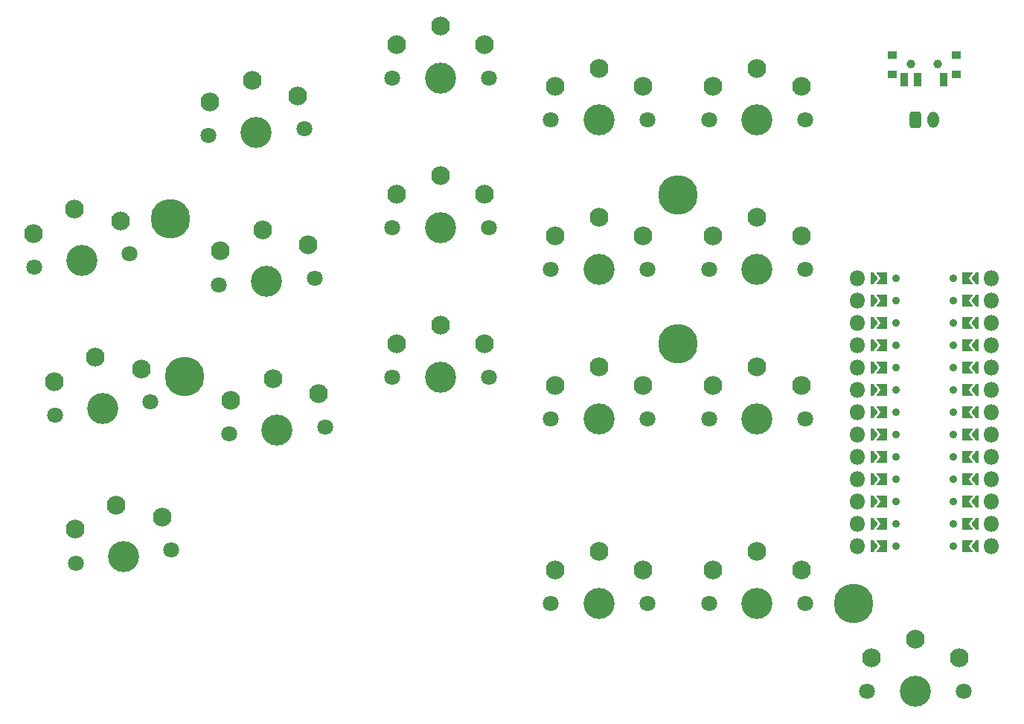
<source format=gbr>
%TF.GenerationSoftware,KiCad,Pcbnew,9.0.5*%
%TF.CreationDate,2025-10-18T21:30:00+02:00*%
%TF.ProjectId,shield-pcb,73686965-6c64-42d7-9063-622e6b696361,1.2*%
%TF.SameCoordinates,Original*%
%TF.FileFunction,Soldermask,Top*%
%TF.FilePolarity,Negative*%
%FSLAX46Y46*%
G04 Gerber Fmt 4.6, Leading zero omitted, Abs format (unit mm)*
G04 Created by KiCad (PCBNEW 9.0.5) date 2025-10-18 21:30:00*
%MOMM*%
%LPD*%
G01*
G04 APERTURE LIST*
G04 Aperture macros list*
%AMRoundRect*
0 Rectangle with rounded corners*
0 $1 Rounding radius*
0 $2 $3 $4 $5 $6 $7 $8 $9 X,Y pos of 4 corners*
0 Add a 4 corners polygon primitive as box body*
4,1,4,$2,$3,$4,$5,$6,$7,$8,$9,$2,$3,0*
0 Add four circle primitives for the rounded corners*
1,1,$1+$1,$2,$3*
1,1,$1+$1,$4,$5*
1,1,$1+$1,$6,$7*
1,1,$1+$1,$8,$9*
0 Add four rect primitives between the rounded corners*
20,1,$1+$1,$2,$3,$4,$5,0*
20,1,$1+$1,$4,$5,$6,$7,0*
20,1,$1+$1,$6,$7,$8,$9,0*
20,1,$1+$1,$8,$9,$2,$3,0*%
%AMFreePoly0*
4,1,16,-0.214645,0.660355,-0.210957,0.656235,0.289043,0.031235,0.299694,-0.005522,0.289043,-0.031235,-0.210957,-0.656235,-0.244478,-0.674694,-0.250000,-0.675000,-0.500000,-0.675000,-0.535355,-0.660355,-0.550000,-0.625000,-0.550000,0.625000,-0.535355,0.660355,-0.500000,0.675000,-0.250000,0.675000,-0.214645,0.660355,-0.214645,0.660355,$1*%
%AMFreePoly1*
4,1,16,0.535355,0.660355,0.550000,0.625000,0.550000,-0.625000,0.535355,-0.660355,0.500000,-0.675000,-0.650000,-0.675000,-0.685355,-0.660355,-0.700000,-0.625000,-0.689043,-0.593765,-0.214031,0.000000,-0.689043,0.593765,-0.699694,0.630522,-0.681235,0.664043,-0.650000,0.675000,0.500000,0.675000,0.535355,0.660355,0.535355,0.660355,$1*%
G04 Aperture macros list end*
%ADD10C,3.529000*%
%ADD11C,1.801800*%
%ADD12C,2.132000*%
%ADD13O,1.800000X1.800000*%
%ADD14C,0.900000*%
%ADD15FreePoly0,0.000000*%
%ADD16FreePoly1,0.000000*%
%ADD17FreePoly1,180.000000*%
%ADD18FreePoly0,180.000000*%
%ADD19RoundRect,0.270833X-0.379167X-0.654167X0.379167X-0.654167X0.379167X0.654167X-0.379167X0.654167X0*%
%ADD20O,1.300000X1.850000*%
%ADD21C,1.000000*%
%ADD22RoundRect,0.050000X0.350000X0.750000X-0.350000X0.750000X-0.350000X-0.750000X0.350000X-0.750000X0*%
%ADD23RoundRect,0.050000X0.500000X0.400000X-0.500000X0.400000X-0.500000X-0.400000X0.500000X-0.400000X0*%
%ADD24C,0.800000*%
%ADD25C,4.500000*%
G04 APERTURE END LIST*
D10*
%TO.C,S1*%
X149009700Y-150139200D03*
D11*
X154456174Y-149373748D03*
X143563226Y-150904652D03*
D12*
X153432183Y-145680316D03*
X148188579Y-144296618D03*
X143529502Y-147072047D03*
X148188579Y-144296618D03*
%TD*%
D10*
%TO.C,S2*%
X146643800Y-133304600D03*
D11*
X152090274Y-132539148D03*
X141197326Y-134070052D03*
D12*
X151066283Y-128845716D03*
X145822679Y-127462018D03*
X141163602Y-130237447D03*
X145822679Y-127462018D03*
%TD*%
D10*
%TO.C,S3*%
X144277800Y-116470100D03*
D11*
X149724274Y-115704648D03*
X138831326Y-117235552D03*
D12*
X148700283Y-112011216D03*
X143456679Y-110627518D03*
X138797602Y-113402947D03*
X143456679Y-110627518D03*
%TD*%
D10*
%TO.C,S4*%
X166483900Y-135808400D03*
D11*
X171970502Y-135424739D03*
X160997298Y-136192061D03*
D12*
X171206646Y-131668874D03*
X166072337Y-129922772D03*
X161231005Y-132366439D03*
X166072337Y-129922772D03*
%TD*%
D10*
%TO.C,S5*%
X165298000Y-118849800D03*
D11*
X170784602Y-118466139D03*
X159811398Y-119233461D03*
D12*
X170020746Y-114710274D03*
X164886437Y-112964172D03*
X160045105Y-115407839D03*
X164886437Y-112964172D03*
%TD*%
D10*
%TO.C,S7*%
X185105400Y-129731600D03*
D11*
X190605400Y-129731600D03*
X179605400Y-129731600D03*
D12*
X190105400Y-125931600D03*
X185105400Y-123831600D03*
X180105400Y-125931600D03*
X185105400Y-123831600D03*
%TD*%
D10*
%TO.C,S8*%
X185105400Y-112731600D03*
D11*
X190605400Y-112731600D03*
X179605400Y-112731600D03*
D12*
X190105400Y-108931600D03*
X185105400Y-106831600D03*
X180105400Y-108931600D03*
X185105400Y-106831600D03*
%TD*%
D10*
%TO.C,S9*%
X185105400Y-95731600D03*
D11*
X190605400Y-95731600D03*
X179605400Y-95731600D03*
D12*
X190105400Y-91931600D03*
X185105400Y-89831600D03*
X180105400Y-91931600D03*
X185105400Y-89831600D03*
%TD*%
D10*
%TO.C,S10*%
X203105400Y-134494600D03*
D11*
X208605400Y-134494600D03*
X197605400Y-134494600D03*
D12*
X208105400Y-130694600D03*
X203105400Y-128594600D03*
X198105400Y-130694600D03*
X203105400Y-128594600D03*
%TD*%
%TO.C,S11*%
X203105400Y-111594600D03*
X198105400Y-113694600D03*
X203105400Y-111594600D03*
X208105400Y-113694600D03*
D11*
X197605400Y-117494600D03*
X208605400Y-117494600D03*
D10*
X203105400Y-117494600D03*
%TD*%
%TO.C,S12*%
X203105400Y-100494600D03*
D11*
X208605400Y-100494600D03*
X197605400Y-100494600D03*
D12*
X208105400Y-96694600D03*
X203105400Y-94594600D03*
X198105400Y-96694600D03*
X203105400Y-94594600D03*
%TD*%
D10*
%TO.C,S14*%
X221105400Y-117494600D03*
D11*
X226605400Y-117494600D03*
X215605400Y-117494600D03*
D12*
X226105400Y-113694600D03*
X221105400Y-111594600D03*
X216105400Y-113694600D03*
X221105400Y-111594600D03*
%TD*%
D10*
%TO.C,S15*%
X221105400Y-100494600D03*
D11*
X226605400Y-100494600D03*
X215605400Y-100494600D03*
D12*
X226105400Y-96694600D03*
X221105400Y-94594600D03*
X216105400Y-96694600D03*
X221105400Y-94594600D03*
%TD*%
D10*
%TO.C,S16*%
X203105400Y-155494600D03*
D11*
X208605400Y-155494600D03*
X197605400Y-155494600D03*
D12*
X208105400Y-151694600D03*
X203105400Y-149594600D03*
X198105400Y-151694600D03*
X203105400Y-149594600D03*
%TD*%
D10*
%TO.C,S17*%
X221105400Y-155494600D03*
D11*
X226605400Y-155494600D03*
X215605400Y-155494600D03*
D12*
X226105400Y-151694600D03*
X221105400Y-149594600D03*
X216105400Y-151694600D03*
X221105400Y-149594600D03*
%TD*%
D10*
%TO.C,S18*%
X239105400Y-165494600D03*
D11*
X244605400Y-165494600D03*
X233605400Y-165494600D03*
D12*
X244105400Y-161694600D03*
X239105400Y-159594600D03*
X234105400Y-161694600D03*
X239105400Y-159594600D03*
%TD*%
D13*
%TO.C,MCU*%
X232535400Y-118524600D03*
X247775400Y-118524600D03*
X232535400Y-121064600D03*
X247775400Y-121064600D03*
X232535400Y-123604600D03*
X247775400Y-123604600D03*
X232535400Y-126144600D03*
X247775400Y-126144600D03*
X232535400Y-128684600D03*
X247775400Y-128684600D03*
X232535400Y-131224600D03*
X247775400Y-131224600D03*
X232535400Y-133764600D03*
X247775400Y-133764600D03*
X232535400Y-136304600D03*
X247775400Y-136304600D03*
X232535400Y-138844600D03*
X247775400Y-138844600D03*
X232535400Y-141384600D03*
X247775400Y-141384600D03*
X232535400Y-143924600D03*
X247775400Y-143924600D03*
X232535400Y-146464600D03*
X247775400Y-146464600D03*
X232535400Y-149004600D03*
X247775400Y-149004600D03*
D14*
X236893400Y-118524600D03*
D15*
X234535400Y-118524600D03*
D16*
X235380400Y-118524600D03*
D14*
X243417400Y-118524600D03*
D17*
X244930400Y-118524600D03*
D18*
X245775400Y-118524600D03*
D14*
X236893400Y-121064600D03*
D15*
X234535400Y-121064600D03*
D16*
X235380400Y-121064600D03*
D14*
X243417400Y-121064600D03*
D17*
X244930400Y-121064600D03*
D18*
X245775400Y-121064600D03*
D14*
X236893400Y-123604600D03*
D15*
X234535400Y-123604600D03*
D16*
X235380400Y-123604600D03*
D14*
X243417400Y-123604600D03*
D17*
X244930400Y-123604600D03*
D18*
X245775400Y-123604600D03*
D14*
X236893400Y-126144600D03*
D15*
X234535400Y-126144600D03*
D16*
X235380400Y-126144600D03*
D14*
X243417400Y-126144600D03*
D17*
X244930400Y-126144600D03*
D18*
X245775400Y-126144600D03*
D14*
X236893400Y-128684600D03*
D15*
X234535400Y-128684600D03*
D16*
X235380400Y-128684600D03*
D14*
X243417400Y-128684600D03*
D17*
X244930400Y-128684600D03*
D18*
X245775400Y-128684600D03*
D14*
X236893400Y-131224600D03*
D15*
X234535400Y-131224600D03*
D16*
X235380400Y-131224600D03*
D14*
X243417400Y-131224600D03*
D17*
X244930400Y-131224600D03*
D18*
X245775400Y-131224600D03*
D14*
X236893400Y-133764600D03*
D15*
X234535400Y-133764600D03*
D16*
X235380400Y-133764600D03*
D14*
X243417400Y-133764600D03*
D17*
X244930400Y-133764600D03*
D18*
X245775400Y-133764600D03*
D14*
X236893400Y-136304600D03*
D15*
X234535400Y-136304600D03*
D16*
X235380400Y-136304600D03*
D14*
X243417400Y-136304600D03*
D17*
X244930400Y-136304600D03*
D18*
X245775400Y-136304600D03*
D14*
X236893400Y-138844600D03*
D15*
X234535400Y-138844600D03*
D16*
X235380400Y-138844600D03*
D14*
X243417400Y-138844600D03*
D17*
X244930400Y-138844600D03*
D18*
X245775400Y-138844600D03*
D14*
X236893400Y-141384600D03*
D15*
X234535400Y-141384600D03*
D16*
X235380400Y-141384600D03*
D14*
X243417400Y-141384600D03*
D17*
X244930400Y-141384600D03*
D18*
X245775400Y-141384600D03*
D14*
X236893400Y-143924600D03*
D15*
X234535400Y-143924600D03*
D16*
X235380400Y-143924600D03*
D14*
X243417400Y-143924600D03*
D17*
X244930400Y-143924600D03*
D18*
X245775400Y-143924600D03*
D14*
X236893400Y-146464600D03*
D15*
X234535400Y-146464600D03*
D16*
X235380400Y-146464600D03*
D14*
X243417400Y-146464600D03*
D17*
X244930400Y-146464600D03*
D18*
X245775400Y-146464600D03*
D14*
X236893400Y-149004600D03*
D15*
X234535400Y-149004600D03*
D16*
X235380400Y-149004600D03*
D14*
X243417400Y-149004600D03*
D17*
X244930400Y-149004600D03*
D18*
X245775400Y-149004600D03*
%TD*%
D19*
%TO.C,_2*%
X239105400Y-100494600D03*
D20*
X241105400Y-100494600D03*
%TD*%
D21*
%TO.C,T1*%
X241605400Y-94164600D03*
X238605400Y-94164600D03*
D22*
X242355400Y-95924600D03*
X239355400Y-95924600D03*
X237855400Y-95924600D03*
D23*
X243755400Y-93064600D03*
X236455400Y-93064600D03*
X236455400Y-95274600D03*
X243755400Y-95274600D03*
D21*
X241605400Y-94164600D03*
X238605400Y-94164600D03*
%TD*%
D24*
%TO.C,_6*%
X155582173Y-112793899D03*
D25*
X154318200Y-111733300D03*
D24*
X154462007Y-113377021D03*
X155378799Y-110469327D03*
X152674479Y-111877107D03*
X153054227Y-110672701D03*
X153257601Y-112997273D03*
X155961921Y-111589493D03*
X154174393Y-110089579D03*
%TD*%
%TO.C,_7*%
X157254373Y-130706899D03*
D25*
X155990400Y-129646300D03*
D24*
X156134207Y-131290021D03*
X157050999Y-128382327D03*
X154346679Y-129790107D03*
X154726427Y-128585701D03*
X154929801Y-130910273D03*
X157634121Y-129502493D03*
X155846593Y-128002579D03*
%TD*%
%TO.C,_8*%
X213272126Y-110161326D03*
D25*
X212105400Y-108994600D03*
D24*
X212105400Y-110644600D03*
X213272126Y-107827874D03*
X210455400Y-108994600D03*
X210938674Y-107827874D03*
X210938674Y-110161326D03*
X213755400Y-108994600D03*
X212105400Y-107344600D03*
%TD*%
%TO.C,_9*%
X213272126Y-127161326D03*
D25*
X212105400Y-125994600D03*
D24*
X212105400Y-127644600D03*
X213272126Y-124827874D03*
X210455400Y-125994600D03*
X210938674Y-124827874D03*
X210938674Y-127161326D03*
X213755400Y-125994600D03*
X212105400Y-124344600D03*
%TD*%
%TO.C,_10*%
X233272126Y-156661326D03*
D25*
X232105400Y-155494600D03*
D24*
X232105400Y-157144600D03*
X233272126Y-154327874D03*
X230455400Y-155494600D03*
X230938674Y-154327874D03*
X230938674Y-156661326D03*
X233755400Y-155494600D03*
X232105400Y-153844600D03*
%TD*%
D10*
%TO.C,S6*%
X164112200Y-101891200D03*
D11*
X169598802Y-101507539D03*
X158625598Y-102274861D03*
D12*
X168834946Y-97751674D03*
X163700637Y-96005572D03*
X158859305Y-98449239D03*
X163700637Y-96005572D03*
%TD*%
D10*
%TO.C,S13*%
X221105400Y-134494600D03*
D11*
X226605400Y-134494600D03*
X215605400Y-134494600D03*
D12*
X226105400Y-130694600D03*
X221105400Y-128594600D03*
X216105400Y-130694600D03*
X221105400Y-128594600D03*
%TD*%
M02*

</source>
